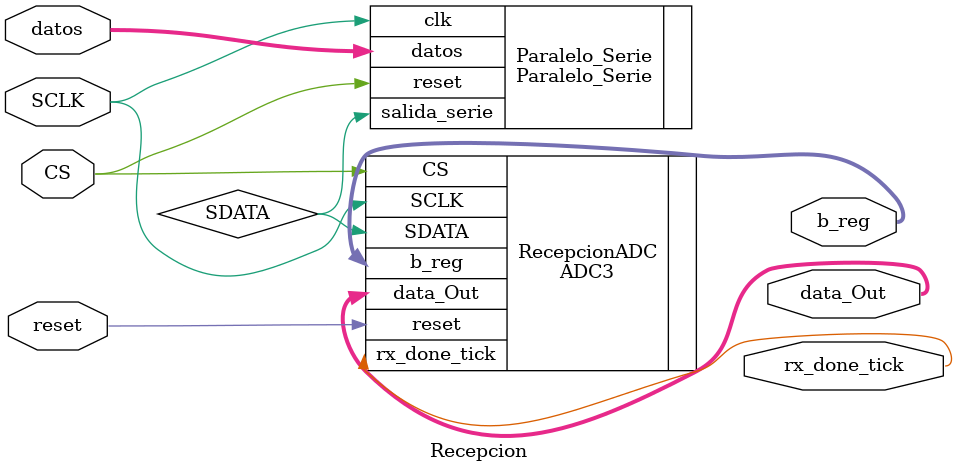
<source format=v>
`timescale 1ns / 1ps
module Recepcion(
input wire SCLK,CS,reset,
input wire [15:0]datos,
output wire rx_done_tick,
output wire [15:0] b_reg,
output wire [11:0]data_Out

    );
	 
	 wire SDATA;
	 
	 Paralelo_Serie Paralelo_Serie (
    .clk(SCLK), 
    .reset(CS), 
    .datos(datos), 
    .salida_serie(SDATA)
    );

	ADC3 RecepcionADC (
    .SDATA(SDATA), 
    .reset(reset), 
    .CS(CS), 
    .SCLK(SCLK), 
    .rx_done_tick(rx_done_tick), 
    .b_reg(b_reg), 
    .data_Out(data_Out)
    );



endmodule

</source>
